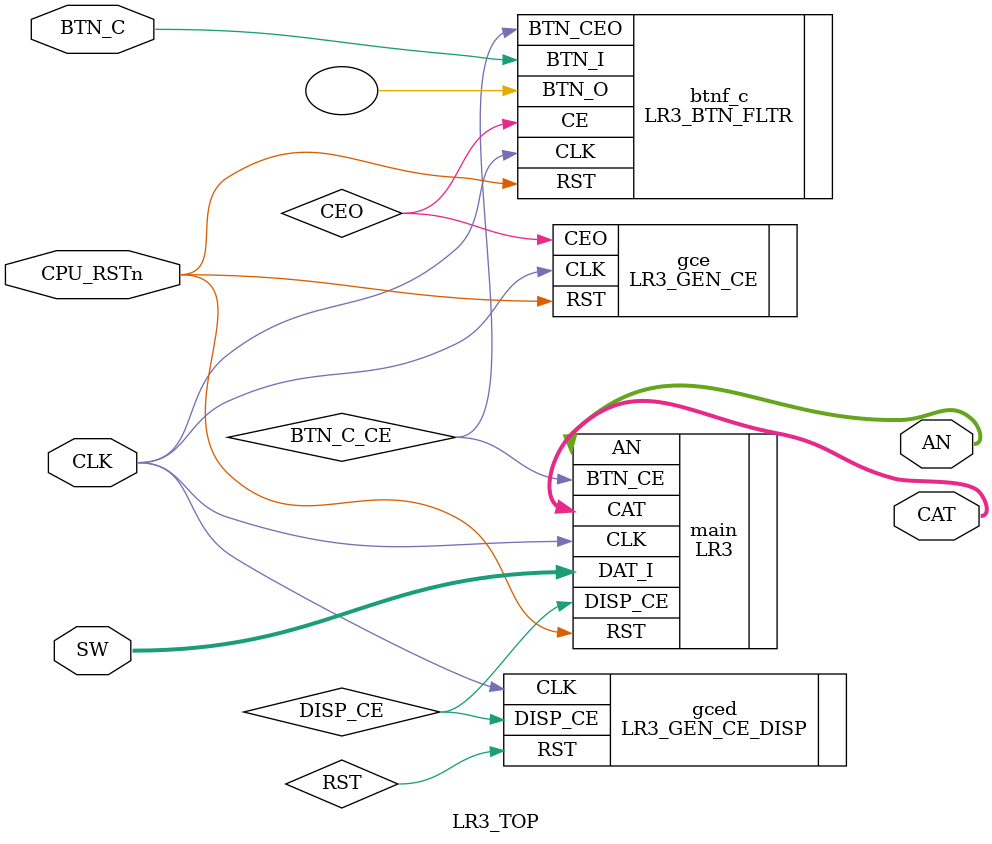
<source format=v>
`timescale 1ns / 1ps
module LR3_TOP#
(
  parameter

	CLK_REF = 50_000_000,
	CLK_REFRESH = 1_000_000,
	CLK_CE = 1_000_000
)
(
	input CLK,
	input CPU_RSTn,
	input [3:0] SW,
	input BTN_C,
	output [6:0] CAT, // DISP Segments
	output [7:0] AN//, // DISP Anodes
   );
 
	wire CEO;
	wire BTN_C_CE;
	wire DISP_CE;
	
	LR3_GEN_CE #(.CLK_REF(CLK_REF),.CLK_CE(CLK_CE)) gce(.CLK(CLK), .RST(CPU_RSTn), .CEO(CEO));
	LR3_BTN_FLTR btnf_c(.CLK(CLK), .RST(CPU_RSTn), .CE(CEO), .BTN_I(BTN_C), .BTN_O(), .BTN_CEO(BTN_C_CE));
	LR3_GEN_CE_DISP #(.CLK_REF(CLK_REF),.CLK_REFRESH(CLK_REFRESH)) gced(.CLK(CLK), .RST(RST), .DISP_CE(DISP_CE));
	LR3 main(.CLK(CLK), .RST(CPU_RSTn), .BTN_CE(BTN_C_CE), .DISP_CE(DISP_CE) , .DAT_I(SW), .CAT(CAT), .AN(AN));


endmodule

</source>
